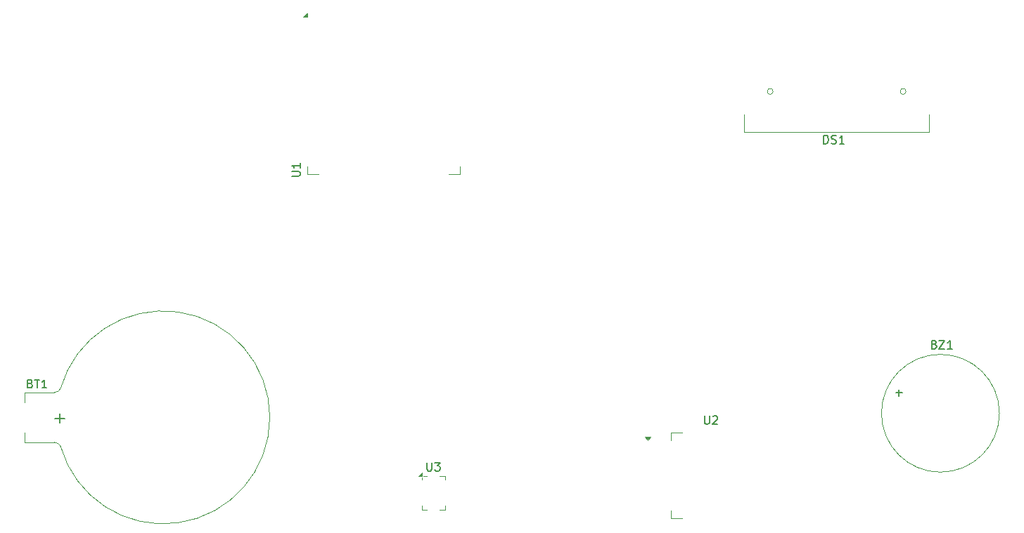
<source format=gbr>
%TF.GenerationSoftware,KiCad,Pcbnew,9.0.0*%
%TF.CreationDate,2025-03-30T15:15:58+05:30*%
%TF.ProjectId,garden management system,67617264-656e-4206-9d61-6e6167656d65,rev?*%
%TF.SameCoordinates,Original*%
%TF.FileFunction,Legend,Top*%
%TF.FilePolarity,Positive*%
%FSLAX46Y46*%
G04 Gerber Fmt 4.6, Leading zero omitted, Abs format (unit mm)*
G04 Created by KiCad (PCBNEW 9.0.0) date 2025-03-30 15:15:58*
%MOMM*%
%LPD*%
G01*
G04 APERTURE LIST*
%ADD10C,0.150000*%
%ADD11C,0.120000*%
%ADD12C,0.100000*%
G04 APERTURE END LIST*
D10*
X120414819Y-104413220D02*
X121224342Y-104413220D01*
X121224342Y-104413220D02*
X121319580Y-104365601D01*
X121319580Y-104365601D02*
X121367200Y-104317982D01*
X121367200Y-104317982D02*
X121414819Y-104222744D01*
X121414819Y-104222744D02*
X121414819Y-104032268D01*
X121414819Y-104032268D02*
X121367200Y-103937030D01*
X121367200Y-103937030D02*
X121319580Y-103889411D01*
X121319580Y-103889411D02*
X121224342Y-103841792D01*
X121224342Y-103841792D02*
X120414819Y-103841792D01*
X121414819Y-102841792D02*
X121414819Y-103413220D01*
X121414819Y-103127506D02*
X120414819Y-103127506D01*
X120414819Y-103127506D02*
X120557676Y-103222744D01*
X120557676Y-103222744D02*
X120652914Y-103317982D01*
X120652914Y-103317982D02*
X120700533Y-103413220D01*
X136688095Y-138954819D02*
X136688095Y-139764342D01*
X136688095Y-139764342D02*
X136735714Y-139859580D01*
X136735714Y-139859580D02*
X136783333Y-139907200D01*
X136783333Y-139907200D02*
X136878571Y-139954819D01*
X136878571Y-139954819D02*
X137069047Y-139954819D01*
X137069047Y-139954819D02*
X137164285Y-139907200D01*
X137164285Y-139907200D02*
X137211904Y-139859580D01*
X137211904Y-139859580D02*
X137259523Y-139764342D01*
X137259523Y-139764342D02*
X137259523Y-138954819D01*
X137640476Y-138954819D02*
X138259523Y-138954819D01*
X138259523Y-138954819D02*
X137926190Y-139335771D01*
X137926190Y-139335771D02*
X138069047Y-139335771D01*
X138069047Y-139335771D02*
X138164285Y-139383390D01*
X138164285Y-139383390D02*
X138211904Y-139431009D01*
X138211904Y-139431009D02*
X138259523Y-139526247D01*
X138259523Y-139526247D02*
X138259523Y-139764342D01*
X138259523Y-139764342D02*
X138211904Y-139859580D01*
X138211904Y-139859580D02*
X138164285Y-139907200D01*
X138164285Y-139907200D02*
X138069047Y-139954819D01*
X138069047Y-139954819D02*
X137783333Y-139954819D01*
X137783333Y-139954819D02*
X137688095Y-139907200D01*
X137688095Y-139907200D02*
X137640476Y-139859580D01*
X197779047Y-124701009D02*
X197921904Y-124748628D01*
X197921904Y-124748628D02*
X197969523Y-124796247D01*
X197969523Y-124796247D02*
X198017142Y-124891485D01*
X198017142Y-124891485D02*
X198017142Y-125034342D01*
X198017142Y-125034342D02*
X197969523Y-125129580D01*
X197969523Y-125129580D02*
X197921904Y-125177200D01*
X197921904Y-125177200D02*
X197826666Y-125224819D01*
X197826666Y-125224819D02*
X197445714Y-125224819D01*
X197445714Y-125224819D02*
X197445714Y-124224819D01*
X197445714Y-124224819D02*
X197779047Y-124224819D01*
X197779047Y-124224819D02*
X197874285Y-124272438D01*
X197874285Y-124272438D02*
X197921904Y-124320057D01*
X197921904Y-124320057D02*
X197969523Y-124415295D01*
X197969523Y-124415295D02*
X197969523Y-124510533D01*
X197969523Y-124510533D02*
X197921904Y-124605771D01*
X197921904Y-124605771D02*
X197874285Y-124653390D01*
X197874285Y-124653390D02*
X197779047Y-124701009D01*
X197779047Y-124701009D02*
X197445714Y-124701009D01*
X198350476Y-124224819D02*
X199017142Y-124224819D01*
X199017142Y-124224819D02*
X198350476Y-125224819D01*
X198350476Y-125224819D02*
X199017142Y-125224819D01*
X199921904Y-125224819D02*
X199350476Y-125224819D01*
X199636190Y-125224819D02*
X199636190Y-124224819D01*
X199636190Y-124224819D02*
X199540952Y-124367676D01*
X199540952Y-124367676D02*
X199445714Y-124462914D01*
X199445714Y-124462914D02*
X199350476Y-124510533D01*
X193109048Y-130533866D02*
X193870953Y-130533866D01*
X193490000Y-130914819D02*
X193490000Y-130152914D01*
X88944285Y-129431009D02*
X89087142Y-129478628D01*
X89087142Y-129478628D02*
X89134761Y-129526247D01*
X89134761Y-129526247D02*
X89182380Y-129621485D01*
X89182380Y-129621485D02*
X89182380Y-129764342D01*
X89182380Y-129764342D02*
X89134761Y-129859580D01*
X89134761Y-129859580D02*
X89087142Y-129907200D01*
X89087142Y-129907200D02*
X88991904Y-129954819D01*
X88991904Y-129954819D02*
X88610952Y-129954819D01*
X88610952Y-129954819D02*
X88610952Y-128954819D01*
X88610952Y-128954819D02*
X88944285Y-128954819D01*
X88944285Y-128954819D02*
X89039523Y-129002438D01*
X89039523Y-129002438D02*
X89087142Y-129050057D01*
X89087142Y-129050057D02*
X89134761Y-129145295D01*
X89134761Y-129145295D02*
X89134761Y-129240533D01*
X89134761Y-129240533D02*
X89087142Y-129335771D01*
X89087142Y-129335771D02*
X89039523Y-129383390D01*
X89039523Y-129383390D02*
X88944285Y-129431009D01*
X88944285Y-129431009D02*
X88610952Y-129431009D01*
X89468095Y-128954819D02*
X90039523Y-128954819D01*
X89753809Y-129954819D02*
X89753809Y-128954819D01*
X90896666Y-129954819D02*
X90325238Y-129954819D01*
X90610952Y-129954819D02*
X90610952Y-128954819D01*
X90610952Y-128954819D02*
X90515714Y-129097676D01*
X90515714Y-129097676D02*
X90420476Y-129192914D01*
X90420476Y-129192914D02*
X90325238Y-129240533D01*
X91908571Y-133614700D02*
X93051429Y-133614700D01*
X92480000Y-134186128D02*
X92480000Y-133043271D01*
X184435714Y-100499819D02*
X184435714Y-99499819D01*
X184435714Y-99499819D02*
X184673809Y-99499819D01*
X184673809Y-99499819D02*
X184816666Y-99547438D01*
X184816666Y-99547438D02*
X184911904Y-99642676D01*
X184911904Y-99642676D02*
X184959523Y-99737914D01*
X184959523Y-99737914D02*
X185007142Y-99928390D01*
X185007142Y-99928390D02*
X185007142Y-100071247D01*
X185007142Y-100071247D02*
X184959523Y-100261723D01*
X184959523Y-100261723D02*
X184911904Y-100356961D01*
X184911904Y-100356961D02*
X184816666Y-100452200D01*
X184816666Y-100452200D02*
X184673809Y-100499819D01*
X184673809Y-100499819D02*
X184435714Y-100499819D01*
X185388095Y-100452200D02*
X185530952Y-100499819D01*
X185530952Y-100499819D02*
X185769047Y-100499819D01*
X185769047Y-100499819D02*
X185864285Y-100452200D01*
X185864285Y-100452200D02*
X185911904Y-100404580D01*
X185911904Y-100404580D02*
X185959523Y-100309342D01*
X185959523Y-100309342D02*
X185959523Y-100214104D01*
X185959523Y-100214104D02*
X185911904Y-100118866D01*
X185911904Y-100118866D02*
X185864285Y-100071247D01*
X185864285Y-100071247D02*
X185769047Y-100023628D01*
X185769047Y-100023628D02*
X185578571Y-99976009D01*
X185578571Y-99976009D02*
X185483333Y-99928390D01*
X185483333Y-99928390D02*
X185435714Y-99880771D01*
X185435714Y-99880771D02*
X185388095Y-99785533D01*
X185388095Y-99785533D02*
X185388095Y-99690295D01*
X185388095Y-99690295D02*
X185435714Y-99595057D01*
X185435714Y-99595057D02*
X185483333Y-99547438D01*
X185483333Y-99547438D02*
X185578571Y-99499819D01*
X185578571Y-99499819D02*
X185816666Y-99499819D01*
X185816666Y-99499819D02*
X185959523Y-99547438D01*
X186911904Y-100499819D02*
X186340476Y-100499819D01*
X186626190Y-100499819D02*
X186626190Y-99499819D01*
X186626190Y-99499819D02*
X186530952Y-99642676D01*
X186530952Y-99642676D02*
X186435714Y-99737914D01*
X186435714Y-99737914D02*
X186340476Y-99785533D01*
X170113095Y-133304819D02*
X170113095Y-134114342D01*
X170113095Y-134114342D02*
X170160714Y-134209580D01*
X170160714Y-134209580D02*
X170208333Y-134257200D01*
X170208333Y-134257200D02*
X170303571Y-134304819D01*
X170303571Y-134304819D02*
X170494047Y-134304819D01*
X170494047Y-134304819D02*
X170589285Y-134257200D01*
X170589285Y-134257200D02*
X170636904Y-134209580D01*
X170636904Y-134209580D02*
X170684523Y-134114342D01*
X170684523Y-134114342D02*
X170684523Y-133304819D01*
X171113095Y-133400057D02*
X171160714Y-133352438D01*
X171160714Y-133352438D02*
X171255952Y-133304819D01*
X171255952Y-133304819D02*
X171494047Y-133304819D01*
X171494047Y-133304819D02*
X171589285Y-133352438D01*
X171589285Y-133352438D02*
X171636904Y-133400057D01*
X171636904Y-133400057D02*
X171684523Y-133495295D01*
X171684523Y-133495295D02*
X171684523Y-133590533D01*
X171684523Y-133590533D02*
X171636904Y-133733390D01*
X171636904Y-133733390D02*
X171065476Y-134304819D01*
X171065476Y-134304819D02*
X171684523Y-134304819D01*
D11*
%TO.C,U1*%
X122260000Y-104200000D02*
X122260000Y-103250000D01*
X123660000Y-104200000D02*
X122260000Y-104200000D01*
X139260000Y-104200000D02*
X140660000Y-104200000D01*
X140660000Y-104200000D02*
X140660000Y-103250000D01*
X122260000Y-85250000D02*
X121760000Y-85250000D01*
X122260000Y-84750000D01*
X122260000Y-85250000D01*
G36*
X122260000Y-85250000D02*
G01*
X121760000Y-85250000D01*
X122260000Y-84750000D01*
X122260000Y-85250000D01*
G37*
D12*
%TO.C,U3*%
X136050000Y-140750000D02*
X136050000Y-141030000D01*
X136050000Y-144170000D02*
X136050000Y-144650000D01*
X136050000Y-144650000D02*
X136690000Y-144650000D01*
X136250000Y-140550000D02*
X136690000Y-140550000D01*
X138210000Y-140550000D02*
X138850000Y-140550000D01*
X138210000Y-144650000D02*
X138850000Y-144650000D01*
X138850000Y-140550000D02*
X138850000Y-141030000D01*
X138850000Y-144170000D02*
X138850000Y-144650000D01*
X136050000Y-140550000D02*
X135690000Y-140550000D01*
X136050000Y-140190000D01*
X136050000Y-140550000D01*
G36*
X136050000Y-140550000D02*
G01*
X135690000Y-140550000D01*
X136050000Y-140190000D01*
X136050000Y-140550000D01*
G37*
D11*
%TO.C,BZ1*%
X205600000Y-133000000D02*
G75*
G02*
X191400000Y-133000000I-7100000J0D01*
G01*
X191400000Y-133000000D02*
G75*
G02*
X205600000Y-133000000I7100000J0D01*
G01*
%TO.C,BT1*%
X88280000Y-130500000D02*
X91830000Y-130500000D01*
X88280000Y-131700000D02*
X88280000Y-130500000D01*
X88280000Y-135300000D02*
X88280000Y-136500000D01*
X88280000Y-136500000D02*
X91830000Y-136500000D01*
X91830000Y-136500000D02*
G75*
G02*
X92580000Y-137000000I0J-812500D01*
G01*
X92580000Y-130000000D02*
G75*
G02*
X91830000Y-130500000I-750000J312500D01*
G01*
X92580000Y-130000000D02*
G75*
G02*
X117766170Y-133500000I12349900J-3499972D01*
G01*
X117766170Y-133500000D02*
G75*
G02*
X92580000Y-137000000I-12836270J-28D01*
G01*
%TO.C,DS1*%
X174850000Y-96945000D02*
X174850000Y-99095000D01*
X174850000Y-99095000D02*
X197150000Y-99095000D01*
X197150000Y-99095000D02*
X197150000Y-96945000D01*
D12*
X178350000Y-94195000D02*
G75*
G02*
X177650000Y-94195000I-350000J0D01*
G01*
X177650000Y-94195000D02*
G75*
G02*
X178350000Y-94195000I350000J0D01*
G01*
X194350000Y-94195000D02*
G75*
G02*
X193650000Y-94195000I-350000J0D01*
G01*
X193650000Y-94195000D02*
G75*
G02*
X194350000Y-94195000I350000J0D01*
G01*
D11*
%TO.C,U2*%
X166050000Y-135300000D02*
X166050000Y-136250000D01*
X166050000Y-145700000D02*
X166050000Y-144750000D01*
X167415000Y-135300000D02*
X166050000Y-135300000D01*
X167415000Y-145700000D02*
X166050000Y-145700000D01*
X163225000Y-136290000D02*
X162885000Y-135820000D01*
X163565000Y-135820000D01*
X163225000Y-136290000D01*
G36*
X163225000Y-136290000D02*
G01*
X162885000Y-135820000D01*
X163565000Y-135820000D01*
X163225000Y-136290000D01*
G37*
%TD*%
M02*

</source>
